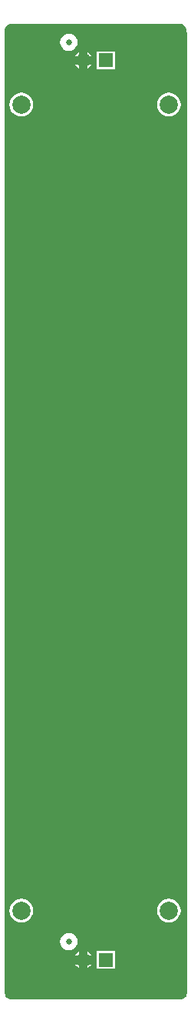
<source format=gbl>
G04*
G04 #@! TF.GenerationSoftware,Altium Limited,Altium Designer,20.1.14 (287)*
G04*
G04 Layer_Physical_Order=2*
G04 Layer_Color=16711680*
%FSLAX44Y44*%
%MOMM*%
G71*
G04*
G04 #@! TF.SameCoordinates,F9CCF83C-BBFD-4EAF-9253-F7A08A0B78FC*
G04*
G04*
G04 #@! TF.FilePolarity,Positive*
G04*
G01*
G75*
%ADD31R,1.5750X1.5750*%
%ADD32C,1.5750*%
%ADD33C,0.6500*%
%ADD34C,2.0000*%
G36*
X882338Y1298013D02*
X883721Y1297440D01*
X884966Y1296608D01*
X886025Y1295550D01*
X886857Y1294304D01*
X887430Y1292921D01*
X887722Y1291452D01*
Y1290704D01*
X887887Y1289874D01*
X888003Y1289037D01*
X888017Y1289012D01*
X888017Y233038D01*
Y232289D01*
X887725Y230820D01*
X887152Y229437D01*
X886320Y228191D01*
X885261Y227133D01*
X884016Y226301D01*
X882633Y225728D01*
X881164Y225435D01*
X693851D01*
X692382Y225728D01*
X690999Y226301D01*
X689753Y227133D01*
X688695Y228191D01*
X687863Y229436D01*
X687290Y230820D01*
X686998Y232289D01*
Y233038D01*
X686997Y1290720D01*
X686968Y1290867D01*
X686989Y1291015D01*
X686777Y1291829D01*
X686995Y1292921D01*
X687568Y1294304D01*
X688400Y1295549D01*
X689458Y1296608D01*
X690704Y1297440D01*
X692087Y1298013D01*
X693556Y1298306D01*
X880869D01*
X882338Y1298013D01*
D02*
G37*
%LPC*%
G36*
X757680Y1287831D02*
X755200Y1287505D01*
X752889Y1286548D01*
X750904Y1285025D01*
X749382Y1283040D01*
X748425Y1280730D01*
X748098Y1278250D01*
X748425Y1275770D01*
X749382Y1273458D01*
X750904Y1271474D01*
X752889Y1269951D01*
X755200Y1268994D01*
X757680Y1268668D01*
X760160Y1268994D01*
X762471Y1269951D01*
X764455Y1271474D01*
X765978Y1273458D01*
X766935Y1275770D01*
X767262Y1278250D01*
X766935Y1280730D01*
X765978Y1283040D01*
X764455Y1285025D01*
X762471Y1286548D01*
X760160Y1287505D01*
X757680Y1287831D01*
D02*
G37*
G36*
X778680Y1266860D02*
Y1263249D01*
X782291D01*
X780723Y1265292D01*
X778680Y1266860D01*
D02*
G37*
G36*
X768680D02*
X766637Y1265292D01*
X765069Y1263249D01*
X768680D01*
Y1266860D01*
D02*
G37*
G36*
X782290Y1253249D02*
X778680D01*
Y1249639D01*
X780723Y1251207D01*
X782290Y1253249D01*
D02*
G37*
G36*
X768680D02*
X765070D01*
X766637Y1251207D01*
X768680Y1249639D01*
Y1253249D01*
D02*
G37*
G36*
X808555Y1268124D02*
X788805D01*
Y1248374D01*
X808555D01*
Y1268124D01*
D02*
G37*
G36*
X868070Y1222702D02*
X864676Y1222255D01*
X861514Y1220946D01*
X858798Y1218862D01*
X856714Y1216146D01*
X855405Y1212984D01*
X854958Y1209590D01*
X855405Y1206196D01*
X856714Y1203034D01*
X858798Y1200318D01*
X861514Y1198234D01*
X864676Y1196925D01*
X868070Y1196478D01*
X871464Y1196925D01*
X874626Y1198234D01*
X877342Y1200318D01*
X879426Y1203034D01*
X880735Y1206196D01*
X881182Y1209590D01*
X880735Y1212984D01*
X879426Y1216146D01*
X877342Y1218862D01*
X874626Y1220946D01*
X871464Y1222255D01*
X868070Y1222702D01*
D02*
G37*
G36*
X705350D02*
X701956Y1222255D01*
X698794Y1220946D01*
X696078Y1218862D01*
X693995Y1216146D01*
X692685Y1212984D01*
X692238Y1209590D01*
X692685Y1206196D01*
X693995Y1203034D01*
X696078Y1200318D01*
X698794Y1198234D01*
X701956Y1196925D01*
X705350Y1196478D01*
X708744Y1196925D01*
X711906Y1198234D01*
X714622Y1200318D01*
X716705Y1203034D01*
X718015Y1206196D01*
X718462Y1209590D01*
X718015Y1212984D01*
X716705Y1216146D01*
X714622Y1218862D01*
X711906Y1220946D01*
X708744Y1222255D01*
X705350Y1222702D01*
D02*
G37*
G36*
X868070Y336492D02*
X864676Y336045D01*
X861514Y334735D01*
X858798Y332652D01*
X856714Y329936D01*
X855405Y326774D01*
X854958Y323380D01*
X855405Y319986D01*
X856714Y316824D01*
X858798Y314108D01*
X861514Y312024D01*
X864676Y310715D01*
X868070Y310268D01*
X871464Y310715D01*
X874626Y312024D01*
X877342Y314108D01*
X879426Y316824D01*
X880735Y319986D01*
X881182Y323380D01*
X880735Y326774D01*
X879426Y329936D01*
X877342Y332652D01*
X874626Y334735D01*
X871464Y336045D01*
X868070Y336492D01*
D02*
G37*
G36*
X705350D02*
X701956Y336045D01*
X698794Y334735D01*
X696078Y332652D01*
X693995Y329936D01*
X692685Y326774D01*
X692238Y323380D01*
X692685Y319986D01*
X693995Y316824D01*
X696078Y314108D01*
X698794Y312024D01*
X701956Y310715D01*
X705350Y310268D01*
X708744Y310715D01*
X711906Y312024D01*
X714622Y314108D01*
X716705Y316824D01*
X718015Y319986D01*
X718462Y323380D01*
X718015Y326774D01*
X716705Y329936D01*
X714622Y332652D01*
X711906Y334735D01*
X708744Y336045D01*
X705350Y336492D01*
D02*
G37*
G36*
X757680Y298745D02*
X755200Y298419D01*
X752889Y297462D01*
X750904Y295939D01*
X749382Y293955D01*
X748425Y291644D01*
X748098Y289163D01*
X748425Y286684D01*
X749382Y284373D01*
X750904Y282388D01*
X752889Y280865D01*
X755200Y279908D01*
X757680Y279582D01*
X760160Y279908D01*
X762471Y280865D01*
X764455Y282388D01*
X765978Y284373D01*
X766935Y286684D01*
X767262Y289163D01*
X766935Y291644D01*
X765978Y293955D01*
X764455Y295939D01*
X762471Y297462D01*
X760160Y298419D01*
X757680Y298745D01*
D02*
G37*
G36*
X778680Y277774D02*
Y274163D01*
X782290D01*
X780723Y276206D01*
X778680Y277774D01*
D02*
G37*
G36*
X768680D02*
X766637Y276206D01*
X765070Y274163D01*
X768680D01*
Y277774D01*
D02*
G37*
G36*
X782290Y264163D02*
X778680D01*
Y260553D01*
X780723Y262120D01*
X782290Y264163D01*
D02*
G37*
G36*
X768680D02*
X765070D01*
X766637Y262120D01*
X768680Y260553D01*
Y264163D01*
D02*
G37*
G36*
X808555Y279039D02*
X788805D01*
Y259289D01*
X808555D01*
Y279039D01*
D02*
G37*
%LPD*%
D31*
X798680Y1258250D02*
D03*
Y269163D02*
D03*
D32*
X773680Y1258250D02*
D03*
Y269163D02*
D03*
D33*
X757680Y1278250D02*
D03*
Y289163D02*
D03*
D34*
X705350Y1209590D02*
D03*
X868070D02*
D03*
Y323380D02*
D03*
X705350D02*
D03*
M02*

</source>
